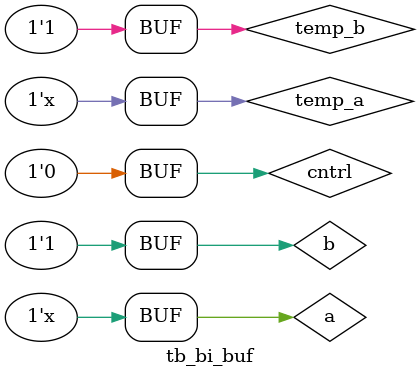
<source format=v>
module tb_bi_buf();

wire a,b;
reg cntrl;
reg temp_a, temp_b;

// instantiation 
bi_buf m1(.cntrl(cntrl), .a(a), .b(b));

assign a = temp_a;
assign b = temp_b;

initial
begin
cntrl = 1'b1; temp_a=1'b1; temp_b=1'bz;
#10
cntrl = 1'b0; temp_b=1'b1; temp_a=1'bz;
end

endmodule




</source>
